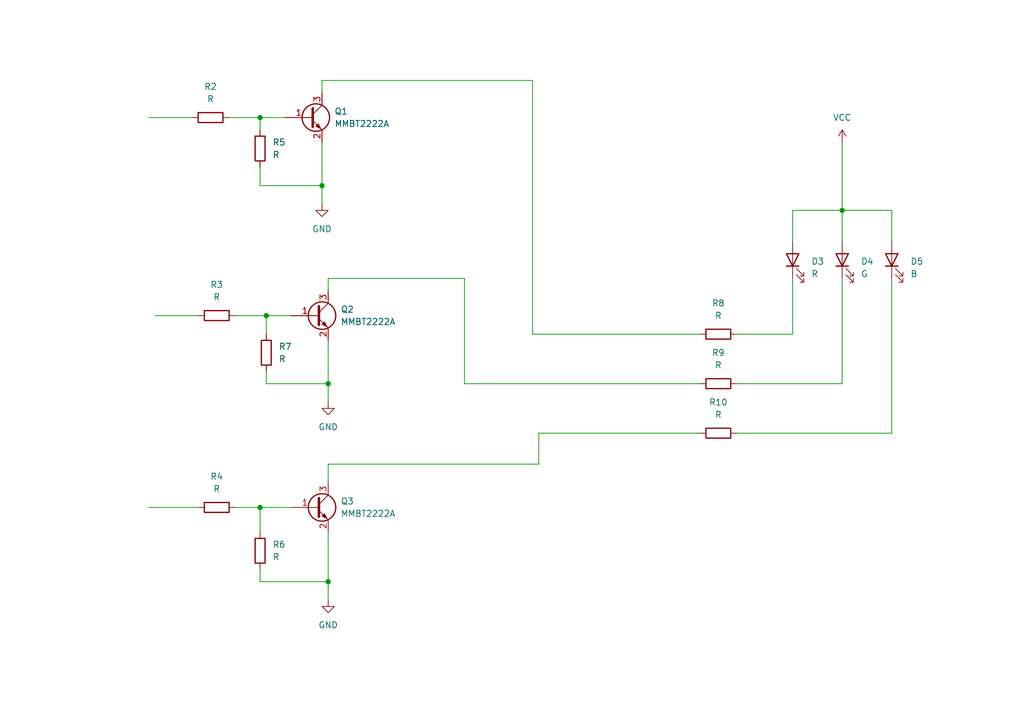
<source format=kicad_sch>
(kicad_sch (version 20231120) (generator "eeschema") (generator_version "8.0")
  (paper "A5")
  (title_block (title "LEDs Circuit") (date "2024-04-24") (company "UPV") (comment 1 "Hazan Justine"))
  (lib_symbols
    (symbol "Device:LED" (pin_numbers hide) (pin_names (offset 1.016) hide)
      (property "Reference" "D" (at 0 2.54 0))
      (property "Value" "LED" (at 0 -2.54 0))
      (symbol "LED_0_1"
        (polyline (pts (xy -1.27 -1.27) (xy -1.27 1.27)) (stroke (width 0.254)))
        (polyline (pts (xy -1.27 0) (xy 1.27 0)))
        (polyline (pts (xy 1.27 -1.27) (xy 1.27 1.27) (xy -1.27 0) (xy 1.27 -1.27)) (stroke (width 0.254)))
        (polyline (pts (xy -3.048 -0.762) (xy -4.572 -2.286) (xy -3.81 -2.286) (xy -4.572 -2.286) (xy -4.572 -1.524)))
        (polyline (pts (xy -1.778 -0.762) (xy -3.302 -2.286) (xy -2.54 -2.286) (xy -3.302 -2.286) (xy -3.302 -1.524)))
      )
      (symbol "LED_1_1"
        (pin passive line (at -3.81 0 0) (length 2.54) (name "K") (number "1"))
        (pin passive line (at 3.81 0 180) (length 2.54) (name "A") (number "2"))
      )
    )
    (symbol "Device:R" (pin_numbers hide) (pin_names (offset 0))
      (property "Reference" "R" (at 2.032 0 90))
      (property "Value" "R" (at 0 0 90))
      (symbol "R_0_1"
        (rectangle (start -1.016 -2.54) (end 1.016 2.54) (stroke (width 0.254)))
      )
      (symbol "R_1_1"
        (pin passive line (at 0 3.81 270) (length 1.27) (name "~") (number "1"))
        (pin passive line (at 0 -3.81 90) (length 1.27) (name "~") (number "2"))
      )
    )
    (symbol "Transistor_BJT:MMBT2222A" (pin_names (offset 0) hide)
      (property "Reference" "Q" (at 5.08 1.905 0))
      (property "Value" "MMBT2222A" (at 5.08 0 0))
      (symbol "MMBT2222A_0_1"
        (polyline (pts (xy 0.635 0.635) (xy 2.54 2.54)))
        (polyline (pts (xy 0.635 -0.635) (xy 2.54 -2.54) (xy 2.54 -2.54)))
        (polyline (pts (xy 0.635 1.905) (xy 0.635 -1.905) (xy 0.635 -1.905)) (stroke (width 0.508)))
        (polyline (pts (xy 1.27 -1.778) (xy 1.778 -1.27) (xy 2.286 -2.286) (xy 1.27 -1.778) (xy 1.27 -1.778)) (fill (type outline)))
        (circle (center 1.27 0) (radius 2.8194) (stroke (width 0.254)))
      )
      (symbol "MMBT2222A_1_1"
        (pin input line (at -5.08 0 0) (length 5.715) (name "B") (number "1"))
        (pin passive line (at 2.54 -5.08 90) (length 2.54) (name "E") (number "2"))
        (pin passive line (at 2.54 5.08 270) (length 2.54) (name "C") (number "3"))
      )
    )
    (symbol "power:GND" (power) (pin_numbers hide) (pin_names (offset 0) hide)
      (property "Value" "GND" (at 0 -3.81 0))
      (symbol "GND_0_1"
        (polyline (pts (xy 0 0) (xy 0 -1.27) (xy 1.27 -1.27) (xy 0 -2.54) (xy -1.27 -1.27) (xy 0 -1.27)))
      )
      (symbol "GND_1_1"
        (pin power_in line (at 0 0 270) (length 0) (name "~") (number "1"))
      )
    )
    (symbol "power:VCC" (power) (pin_numbers hide) (pin_names (offset 0) hide)
      (property "Value" "VCC" (at 0 3.556 0))
      (symbol "VCC_0_1"
        (polyline (pts (xy -0.762 1.27) (xy 0 2.54)))
        (polyline (pts (xy 0 0) (xy 0 2.54)))
        (polyline (pts (xy 0 2.54) (xy 0.762 1.27)))
      )
      (symbol "VCC_1_1"
        (pin power_in line (at 0 0 90) (length 0) (name "~") (number "1"))
      )
    )
  )
  (junction (at 67.31 119.38))
  (junction (at 66.04 38.1))
  (junction (at 53.34 24.13))
  (junction (at 53.34 104.14))
  (junction (at 172.72 43.18))
  (junction (at 67.31 78.74))
  (junction (at 54.61 64.77))
  (wire (pts (xy 31.75 64.77) (xy 40.64 64.77)))
  (wire (pts (xy 53.34 24.13) (xy 53.34 26.67)))
  (wire (pts (xy 54.61 64.77) (xy 54.61 68.58)))
  (wire (pts (xy 151.13 68.58) (xy 162.56 68.58)))
  (wire (pts (xy 67.31 99.06) (xy 67.31 95.25)))
  (wire (pts (xy 95.25 78.74) (xy 143.51 78.74)))
  (wire (pts (xy 109.22 16.51) (xy 109.22 68.58)))
  (wire (pts (xy 53.34 119.38) (xy 67.31 119.38)))
  (wire (pts (xy 110.49 95.25) (xy 110.49 88.9)))
  (wire (pts (xy 109.22 68.58) (xy 143.51 68.58)))
  (wire (pts (xy 151.13 88.9) (xy 182.88 88.9)))
  (wire (pts (xy 48.26 64.77) (xy 54.61 64.77)))
  (wire (pts (xy 46.99 24.13) (xy 53.34 24.13)))
  (wire (pts (xy 48.26 104.14) (xy 53.34 104.14)))
  (wire (pts (xy 172.72 29.21) (xy 172.72 43.18)))
  (wire (pts (xy 53.34 104.14) (xy 53.34 109.22)))
  (wire (pts (xy 30.48 24.13) (xy 39.37 24.13)))
  (wire (pts (xy 66.04 38.1) (xy 66.04 41.91)))
  (wire (pts (xy 172.72 43.18) (xy 172.72 49.53)))
  (wire (pts (xy 67.31 59.69) (xy 67.31 57.15)))
  (wire (pts (xy 30.48 104.14) (xy 40.64 104.14)))
  (wire (pts (xy 162.56 49.53) (xy 162.56 43.18)))
  (wire (pts (xy 162.56 43.18) (xy 172.72 43.18)))
  (wire (pts (xy 54.61 64.77) (xy 59.69 64.77)))
  (wire (pts (xy 54.61 76.2) (xy 54.61 78.74)))
  (wire (pts (xy 67.31 109.22) (xy 67.31 119.38)))
  (wire (pts (xy 110.49 88.9) (xy 143.51 88.9)))
  (wire (pts (xy 66.04 19.05) (xy 66.04 16.51)))
  (wire (pts (xy 53.34 116.84) (xy 53.34 119.38)))
  (wire (pts (xy 95.25 57.15) (xy 95.25 78.74)))
  (wire (pts (xy 67.31 78.74) (xy 67.31 82.55)))
  (wire (pts (xy 66.04 16.51) (xy 109.22 16.51)))
  (wire (pts (xy 182.88 88.9) (xy 182.88 57.15)))
  (wire (pts (xy 53.34 34.29) (xy 53.34 38.1)))
  (wire (pts (xy 54.61 78.74) (xy 67.31 78.74)))
  (wire (pts (xy 53.34 38.1) (xy 66.04 38.1)))
  (wire (pts (xy 182.88 43.18) (xy 182.88 49.53)))
  (wire (pts (xy 172.72 43.18) (xy 182.88 43.18)))
  (wire (pts (xy 172.72 78.74) (xy 172.72 57.15)))
  (wire (pts (xy 66.04 29.21) (xy 66.04 38.1)))
  (wire (pts (xy 162.56 68.58) (xy 162.56 57.15)))
  (wire (pts (xy 67.31 119.38) (xy 67.31 123.19)))
  (wire (pts (xy 53.34 24.13) (xy 58.42 24.13)))
  (wire (pts (xy 53.34 104.14) (xy 59.69 104.14)))
  (wire (pts (xy 67.31 69.85) (xy 67.31 78.74)))
  (wire (pts (xy 151.13 78.74) (xy 172.72 78.74)))
  (wire (pts (xy 67.31 95.25) (xy 110.49 95.25)))
  (wire (pts (xy 67.31 57.15) (xy 95.25 57.15)))
  (symbol (lib_id "power:VCC") (at 172.72 29.21 0) (unit 1)
    (property "Reference" "#PWR05" (effects (hide yes)))
    (property "Value" "VCC" (at 172.72 24.13 0))
    (property "Description" "Power symbol creates a global label with name \"VCC\"" (effects (hide yes)))
  )
  (symbol (lib_id "Device:R") (at 43.18 24.13 90) (unit 1)
    (property "Reference" "R2" (at 43.18 17.78 90))
    (property "Value" "R" (at 43.18 20.32 90))
    (property "Description" "Resistor" (effects (hide yes)))
  )
  (symbol (lib_id "Device:R") (at 53.34 113.03 0) (unit 1)
    (property "Reference" "R6" (at 55.88 111.7599 0) (effects (justify left)))
    (property "Value" "R" (at 55.88 114.2999 0) (effects (justify left)))
    (property "Description" "Resistor" (effects (hide yes)))
  )
  (symbol (lib_id "Device:R") (at 54.61 72.39 0) (unit 1)
    (property "Reference" "R7" (at 57.15 71.1199 0) (effects (justify left)))
    (property "Value" "R" (at 57.15 73.6599 0) (effects (justify left)))
    (property "Description" "Resistor" (effects (hide yes)))
  )
  (symbol (lib_id "Device:R") (at 147.32 68.58 90) (unit 1)
    (property "Reference" "R8" (at 147.32 62.23 90))
    (property "Value" "R" (at 147.32 64.77 90))
    (property "Description" "Resistor" (effects (hide yes)))
  )
  (symbol (lib_id "power:GND") (at 67.31 82.55 0) (unit 1)
    (property "Reference" "#PWR03" (effects (hide yes)))
    (property "Value" "GND" (at 67.31 87.63 0))
    (property "Description" "Power symbol creates a global label with name \"GND\" , ground" (effects (hide yes)))
  )
  (symbol (lib_id "power:GND") (at 67.31 123.19 0) (unit 1)
    (property "Reference" "#PWR04" (effects (hide yes)))
    (property "Value" "GND" (at 67.31 128.27 0))
    (property "Description" "Power symbol creates a global label with name \"GND\" , ground" (effects (hide yes)))
  )
  (symbol (lib_id "Device:LED") (at 162.56 53.34 90) (unit 1)
    (property "Reference" "D3" (at 166.37 53.6574 90) (effects (justify right)))
    (property "Value" "R" (at 166.37 56.1974 90) (effects (justify right)))
    (property "Description" "Light emitting diode" (effects (hide yes)))
  )
  (symbol (lib_id "Device:R") (at 53.34 30.48 0) (unit 1)
    (property "Reference" "R5" (at 55.88 29.2099 0) (effects (justify left)))
    (property "Value" "R" (at 55.88 31.7499 0) (effects (justify left)))
    (property "Description" "Resistor" (effects (hide yes)))
  )
  (symbol (lib_id "Transistor_BJT:MMBT2222A") (at 64.77 104.14 0) (unit 1)
    (property "Reference" "Q3" (at 69.85 102.8699 0) (effects (justify left)))
    (property "Value" "MMBT2222A" (at 69.85 105.4099 0) (effects (justify left)))
    (property "Footprint" "Package_TO_SOT_SMD:SOT-23" (effects (hide yes)))
    (property "Datasheet" "https://assets.nexperia.com/documents/data-sheet/MMBT2222A.pdf" (effects (hide yes)))
    (property "Description" "600mA Ic, 40V Vce, NPN Transistor, SOT-23" (effects (hide yes)))
  )
  (symbol (lib_id "Device:LED") (at 182.88 53.34 90) (unit 1)
    (property "Reference" "D5" (at 186.69 53.6574 90) (effects (justify right)))
    (property "Value" "B" (at 186.69 56.1974 90) (effects (justify right)))
    (property "Description" "Light emitting diode" (effects (hide yes)))
  )
  (symbol (lib_id "Device:R") (at 147.32 88.9 90) (unit 1)
    (property "Reference" "R10" (at 147.32 82.55 90))
    (property "Value" "R" (at 147.32 85.09 90))
    (property "Description" "Resistor" (effects (hide yes)))
  )
  (symbol (lib_id "Device:LED") (at 172.72 53.34 90) (unit 1)
    (property "Reference" "D4" (at 176.53 53.6574 90) (effects (justify right)))
    (property "Value" "G" (at 176.53 56.1974 90) (effects (justify right)))
    (property "Description" "Light emitting diode" (effects (hide yes)))
  )
  (symbol (lib_id "Transistor_BJT:MMBT2222A") (at 64.77 64.77 0) (unit 1)
    (property "Reference" "Q2" (at 69.85 63.4999 0) (effects (justify left)))
    (property "Value" "MMBT2222A" (at 69.85 66.0399 0) (effects (justify left)))
    (property "Footprint" "Package_TO_SOT_SMD:SOT-23" (effects (hide yes)))
    (property "Datasheet" "https://assets.nexperia.com/documents/data-sheet/MMBT2222A.pdf" (effects (hide yes)))
    (property "Description" "600mA Ic, 40V Vce, NPN Transistor, SOT-23" (effects (hide yes)))
  )
  (symbol (lib_id "power:GND") (at 66.04 41.91 0) (unit 1)
    (property "Reference" "#PWR02" (effects (hide yes)))
    (property "Value" "GND" (at 66.04 46.99 0))
    (property "Description" "Power symbol creates a global label with name \"GND\" , ground" (effects (hide yes)))
  )
  (symbol (lib_id "Transistor_BJT:MMBT2222A") (at 63.5 24.13 0) (unit 1)
    (property "Reference" "Q1" (at 68.58 22.8599 0) (effects (justify left)))
    (property "Value" "MMBT2222A" (at 68.58 25.3999 0) (effects (justify left)))
    (property "Footprint" "Package_TO_SOT_SMD:SOT-23" (effects (hide yes)))
    (property "Datasheet" "https://assets.nexperia.com/documents/data-sheet/MMBT2222A.pdf" (effects (hide yes)))
    (property "Description" "600mA Ic, 40V Vce, NPN Transistor, SOT-23" (effects (hide yes)))
  )
  (symbol (lib_id "Device:R") (at 44.45 64.77 90) (unit 1)
    (property "Reference" "R3" (at 44.45 58.42 90))
    (property "Value" "R" (at 44.45 60.96 90))
    (property "Description" "Resistor" (effects (hide yes)))
  )
  (symbol (lib_id "Device:R") (at 44.45 104.14 90) (unit 1)
    (property "Reference" "R4" (at 44.45 97.79 90))
    (property "Value" "R" (at 44.45 100.33 90))
    (property "Description" "Resistor" (effects (hide yes)))
  )
  (symbol (lib_id "Device:R") (at 147.32 78.74 90) (unit 1)
    (property "Reference" "R9" (at 147.32 72.39 90))
    (property "Value" "R" (at 147.32 74.93 90))
    (property "Description" "Resistor" (effects (hide yes)))
  )
)
</source>
